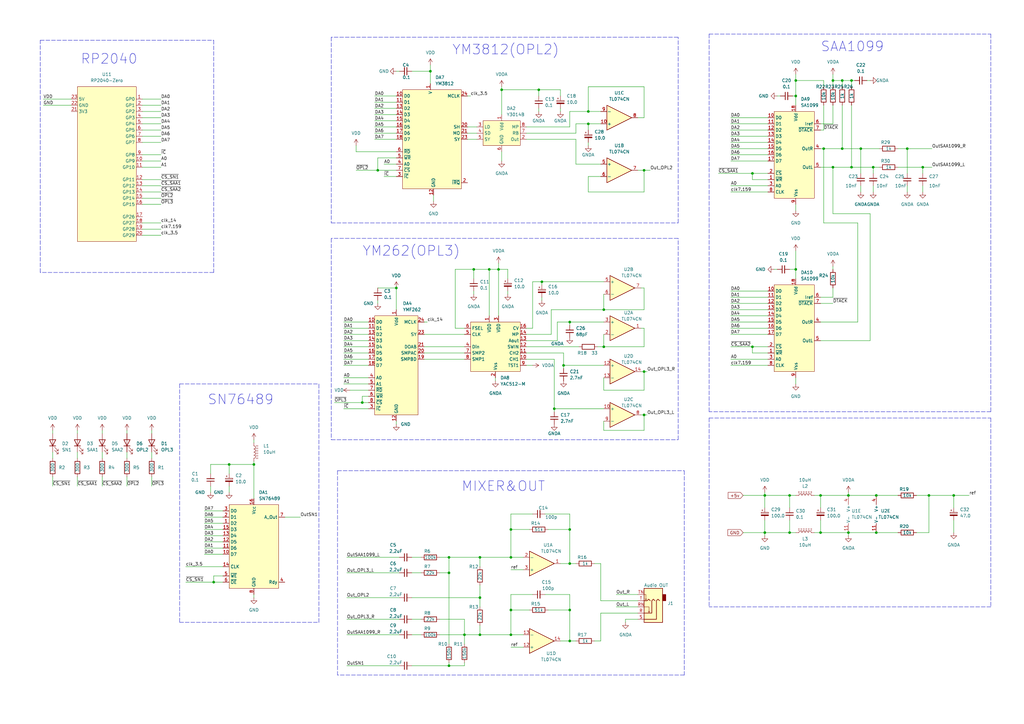
<source format=kicad_sch>
(kicad_sch (version 20231120) (generator "eeschema") (generator_version "8.0")
  (paper "A3")
  (title_block (title "XT_Sound SN76489+2SAA1099+OPL") (company "Мурмуляторная"))
  (junction (at 326.39 110.49))
  (junction (at 264.16 152.4))
  (junction (at 204.47 110.49))
  (junction (at 209.55 250.19))
  (junction (at 347.98 218.44))
  (junction (at 196.85 260.35))
  (junction (at 194.31 110.49))
  (junction (at 313.69 218.44))
  (junction (at 337.82 60.96))
  (junction (at 209.55 260.35))
  (junction (at 349.25 33.02))
  (junction (at 264.16 69.85))
  (junction (at 104.14 190.5))
  (junction (at 247.65 142.24))
  (junction (at 349.25 68.58))
  (junction (at 231.14 149.86))
  (junction (at 233.68 250.19))
  (junction (at 222.25 115.57))
  (junction (at 233.68 262.89))
  (junction (at 93.98 190.5))
  (junction (at 264.16 170.18))
  (junction (at 241.3 45.72))
  (junction (at 220.98 36.83))
  (junction (at 205.74 36.83))
  (junction (at 176.53 29.21))
  (junction (at 347.98 203.2))
  (junction (at 154.94 69.85))
  (junction (at 323.85 218.44))
  (junction (at 148.59 165.1))
  (junction (at 353.06 60.96))
  (junction (at 184.15 273.05))
  (junction (at 247.65 127))
  (junction (at 358.14 68.58))
  (junction (at 359.41 218.44))
  (junction (at 359.41 203.2))
  (junction (at 341.63 68.58))
  (junction (at 209.55 228.6))
  (junction (at 341.63 33.02))
  (junction (at 345.44 33.02))
  (junction (at 381 203.2))
  (junction (at 326.39 39.37))
  (junction (at 162.56 118.11))
  (junction (at 233.68 217.17))
  (junction (at 378.46 68.58))
  (junction (at 241.3 50.8))
  (junction (at 196.85 245.11))
  (junction (at 336.55 218.44))
  (junction (at 184.15 228.6))
  (junction (at 391.16 203.2))
  (junction (at 227.33 167.64))
  (junction (at 326.39 33.02))
  (junction (at 209.55 217.17))
  (junction (at 196.85 228.6))
  (junction (at 308.61 142.24))
  (junction (at 323.85 203.2))
  (junction (at 308.61 71.12))
  (junction (at 345.44 60.96))
  (junction (at 190.5 260.35))
  (junction (at 184.15 234.95))
  (junction (at 233.68 132.08))
  (junction (at 233.68 231.14))
  (junction (at 336.55 203.2))
  (junction (at 87.63 238.76))
  (junction (at 313.69 203.2))
  (junction (at 200.66 110.49))
  (junction (at 372.11 60.96))
  (wire (pts (xy 196.85 260.35) (xy 209.55 260.35)))
  (wire (pts (xy 186.69 110.49) (xy 186.69 134.62)))
  (polyline (pts (xy 135.89 180.34) (xy 278.13 180.34)) (stroke (width 0) (type dash)))
  (wire (pts (xy 341.63 50.8) (xy 341.63 43.18)))
  (wire (pts (xy 66.04 58.42) (xy 58.42 58.42)))
  (wire (pts (xy 184.15 271.78) (xy 184.15 273.05)))
  (wire (pts (xy 375.92 203.2) (xy 381 203.2)))
  (wire (pts (xy 247.65 142.24) (xy 264.16 142.24)))
  (wire (pts (xy 193.04 39.37) (xy 191.77 39.37)))
  (wire (pts (xy 299.72 124.46) (xy 314.96 124.46)))
  (wire (pts (xy 52.07 195.58) (xy 52.07 199.39)))
  (wire (pts (xy 264.16 69.85) (xy 266.7 69.85)))
  (wire (pts (xy 347.98 203.2) (xy 359.41 203.2)))
  (wire (pts (xy 326.39 33.02) (xy 337.82 33.02)))
  (wire (pts (xy 162.56 64.77) (xy 154.94 64.77)))
  (polyline (pts (xy 135.89 15.24) (xy 135.89 91.44)) (stroke (width 0) (type dash)))
  (wire (pts (xy 66.04 96.52) (xy 58.42 96.52)))
  (wire (pts (xy 323.85 213.36) (xy 323.85 218.44)))
  (wire (pts (xy 372.11 60.96) (xy 368.3 60.96)))
  (wire (pts (xy 66.04 78.74) (xy 58.42 78.74)))
  (wire (pts (xy 154.94 123.19) (xy 154.94 124.46)))
  (polyline (pts (xy 278.13 180.34) (xy 278.13 97.79)) (stroke (width 0) (type dash)))
  (wire (pts (xy 180.34 228.6) (xy 184.15 228.6)))
  (wire (pts (xy 194.31 110.49) (xy 194.31 114.3)))
  (wire (pts (xy 326.39 30.48) (xy 326.39 33.02)))
  (wire (pts (xy 220.98 36.83) (xy 229.87 36.83)))
  (wire (pts (xy 299.72 137.16) (xy 314.96 137.16)))
  (wire (pts (xy 140.97 134.62) (xy 151.13 134.62)))
  (wire (pts (xy 351.79 91.44) (xy 337.82 91.44)))
  (wire (pts (xy 83.82 222.25) (xy 91.44 222.25)))
  (wire (pts (xy 153.67 52.07) (xy 162.56 52.07)))
  (wire (pts (xy 308.61 71.12) (xy 294.64 71.12)))
  (wire (pts (xy 142.24 245.11) (xy 163.83 245.11)))
  (wire (pts (xy 217.17 250.19) (xy 209.55 250.19)))
  (wire (pts (xy 233.68 132.08) (xy 233.68 133.35)))
  (wire (pts (xy 256.54 254) (xy 256.54 255.27)))
  (wire (pts (xy 142.24 234.95) (xy 163.83 234.95)))
  (wire (pts (xy 336.55 203.2) (xy 336.55 208.28)))
  (wire (pts (xy 326.39 102.87) (xy 326.39 110.49)))
  (wire (pts (xy 41.91 176.53) (xy 41.91 177.8)))
  (wire (pts (xy 341.63 30.48) (xy 341.63 33.02)))
  (wire (pts (xy 66.04 91.44) (xy 58.42 91.44)))
  (wire (pts (xy 180.34 234.95) (xy 184.15 234.95)))
  (wire (pts (xy 209.55 228.6) (xy 214.63 228.6)))
  (polyline (pts (xy 138.43 193.04) (xy 280.67 193.04)) (stroke (width 0) (type dash)))
  (wire (pts (xy 140.97 149.86) (xy 151.13 149.86)))
  (wire (pts (xy 391.16 203.2) (xy 391.16 208.28)))
  (wire (pts (xy 264.16 152.4) (xy 262.89 152.4)))
  (wire (pts (xy 173.99 142.24) (xy 190.5 142.24)))
  (wire (pts (xy 157.48 67.31) (xy 162.56 67.31)))
  (wire (pts (xy 168.91 234.95) (xy 172.72 234.95)))
  (wire (pts (xy 157.48 72.39) (xy 162.56 72.39)))
  (polyline (pts (xy 280.67 276.86) (xy 138.43 276.86)) (stroke (width 0) (type dash)))
  (wire (pts (xy 241.3 72.39) (xy 241.3 78.74)))
  (wire (pts (xy 153.67 39.37) (xy 162.56 39.37)))
  (wire (pts (xy 66.04 63.5) (xy 58.42 63.5)))
  (wire (pts (xy 349.25 33.02) (xy 350.52 33.02)))
  (wire (pts (xy 62.23 185.42) (xy 62.23 187.96)))
  (wire (pts (xy 140.97 139.7) (xy 151.13 139.7)))
  (wire (pts (xy 142.24 254) (xy 163.83 254)))
  (wire (pts (xy 140.97 132.08) (xy 151.13 132.08)))
  (wire (pts (xy 233.68 52.07) (xy 233.68 45.72)))
  (wire (pts (xy 381 218.44) (xy 381 203.2)))
  (wire (pts (xy 356.87 33.02) (xy 355.6 33.02)))
  (wire (pts (xy 336.55 60.96) (xy 337.82 60.96)))
  (wire (pts (xy 215.9 147.32) (xy 227.33 147.32)))
  (wire (pts (xy 203.2 154.94) (xy 203.2 156.21)))
  (wire (pts (xy 21.59 176.53) (xy 21.59 177.8)))
  (wire (pts (xy 299.72 60.96) (xy 314.96 60.96)))
  (wire (pts (xy 104.14 190.5) (xy 104.14 204.47)))
  (wire (pts (xy 325.12 39.37) (xy 326.39 39.37)))
  (polyline (pts (xy 135.89 91.44) (xy 278.13 91.44)) (stroke (width 0) (type dash)))
  (wire (pts (xy 246.38 251.46) (xy 261.62 251.46)))
  (wire (pts (xy 337.82 53.34) (xy 337.82 43.18)))
  (polyline (pts (xy 138.43 193.04) (xy 138.43 276.86)) (stroke (width 0) (type dash)))
  (wire (pts (xy 83.82 224.79) (xy 91.44 224.79)))
  (wire (pts (xy 345.44 43.18) (xy 345.44 60.96)))
  (wire (pts (xy 264.16 127) (xy 264.16 118.11)))
  (wire (pts (xy 153.67 49.53) (xy 162.56 49.53)))
  (wire (pts (xy 247.65 176.53) (xy 264.16 176.53)))
  (wire (pts (xy 299.72 55.88) (xy 314.96 55.88)))
  (wire (pts (xy 184.15 234.95) (xy 184.15 264.16)))
  (wire (pts (xy 336.55 68.58) (xy 341.63 68.58)))
  (wire (pts (xy 52.07 176.53) (xy 52.07 177.8)))
  (wire (pts (xy 66.04 68.58) (xy 58.42 68.58)))
  (wire (pts (xy 215.9 142.24) (xy 237.49 142.24)))
  (wire (pts (xy 143.51 160.02) (xy 151.13 160.02)))
  (polyline (pts (xy 73.66 157.48) (xy 73.66 255.27)) (stroke (width 0) (type dash)))
  (wire (pts (xy 168.91 260.35) (xy 172.72 260.35)))
  (wire (pts (xy 31.75 195.58) (xy 31.75 199.39)))
  (wire (pts (xy 349.25 33.02) (xy 345.44 33.02)))
  (wire (pts (xy 196.85 245.11) (xy 196.85 248.92)))
  (polyline (pts (xy 135.89 97.79) (xy 135.89 180.34)) (stroke (width 0) (type dash)))
  (wire (pts (xy 229.87 36.83) (xy 229.87 39.37)))
  (wire (pts (xy 154.94 64.77) (xy 154.94 69.85)))
  (wire (pts (xy 218.44 115.57) (xy 222.25 115.57)))
  (wire (pts (xy 168.91 245.11) (xy 196.85 245.11)))
  (wire (pts (xy 140.97 137.16) (xy 151.13 137.16)))
  (wire (pts (xy 337.82 91.44) (xy 337.82 60.96)))
  (wire (pts (xy 326.39 154.94) (xy 326.39 157.48)))
  (wire (pts (xy 264.16 152.4) (xy 264.16 160.02)))
  (wire (pts (xy 116.84 212.09) (xy 123.19 212.09)))
  (wire (pts (xy 66.04 93.98) (xy 58.42 93.98)))
  (wire (pts (xy 215.9 149.86) (xy 218.44 149.86)))
  (wire (pts (xy 299.72 129.54) (xy 314.96 129.54)))
  (wire (pts (xy 372.11 71.12) (xy 372.11 60.96)))
  (wire (pts (xy 261.62 254) (xy 256.54 254)))
  (wire (pts (xy 264.16 170.18) (xy 262.89 170.18)))
  (wire (pts (xy 245.11 142.24) (xy 247.65 142.24)))
  (wire (pts (xy 168.91 254) (xy 172.72 254)))
  (wire (pts (xy 264.16 176.53) (xy 264.16 170.18)))
  (wire (pts (xy 41.91 185.42) (xy 41.91 187.96)))
  (polyline (pts (xy 290.83 13.97) (xy 290.83 168.91)) (stroke (width 0) (type dash)))
  (wire (pts (xy 66.04 76.2) (xy 58.42 76.2)))
  (wire (pts (xy 353.06 76.2) (xy 353.06 78.74)))
  (wire (pts (xy 215.9 52.07) (xy 233.68 52.07)))
  (wire (pts (xy 91.44 236.22) (xy 87.63 236.22)))
  (wire (pts (xy 66.04 48.26) (xy 58.42 48.26)))
  (wire (pts (xy 17.78 43.18) (xy 29.21 43.18)))
  (wire (pts (xy 104.14 243.84) (xy 104.14 245.11)))
  (polyline (pts (xy 290.83 171.45) (xy 290.83 248.92)) (stroke (width 0) (type dash)))
  (wire (pts (xy 168.91 228.6) (xy 172.72 228.6)))
  (wire (pts (xy 247.65 127) (xy 264.16 127)))
  (wire (pts (xy 140.97 144.78) (xy 151.13 144.78)))
  (wire (pts (xy 391.16 203.2) (xy 397.51 203.2)))
  (polyline (pts (xy 406.4 168.91) (xy 290.83 168.91)) (stroke (width 0) (type dash)))
  (wire (pts (xy 264.16 170.18) (xy 265.43 170.18)))
  (wire (pts (xy 140.97 154.94) (xy 151.13 154.94)))
  (wire (pts (xy 229.87 44.45) (xy 229.87 45.72)))
  (wire (pts (xy 205.74 35.56) (xy 205.74 36.83)))
  (wire (pts (xy 299.72 76.2) (xy 314.96 76.2)))
  (wire (pts (xy 378.46 68.58) (xy 382.27 68.58)))
  (wire (pts (xy 190.5 260.35) (xy 196.85 260.35)))
  (wire (pts (xy 222.25 115.57) (xy 247.65 115.57)))
  (wire (pts (xy 215.9 139.7) (xy 228.6 139.7)))
  (wire (pts (xy 299.72 78.74) (xy 314.96 78.74)))
  (wire (pts (xy 194.31 119.38) (xy 194.31 120.65)))
  (wire (pts (xy 66.04 43.18) (xy 58.42 43.18)))
  (wire (pts (xy 308.61 142.24) (xy 299.72 142.24)))
  (wire (pts (xy 168.91 29.21) (xy 176.53 29.21)))
  (wire (pts (xy 209.55 210.82) (xy 209.55 217.17)))
  (wire (pts (xy 353.06 60.96) (xy 353.06 71.12)))
  (wire (pts (xy 318.77 39.37) (xy 320.04 39.37)))
  (wire (pts (xy 349.25 68.58) (xy 358.14 68.58)))
  (wire (pts (xy 299.72 50.8) (xy 314.96 50.8)))
  (wire (pts (xy 231.14 144.78) (xy 231.14 149.86)))
  (wire (pts (xy 86.36 201.93) (xy 86.36 199.39)))
  (wire (pts (xy 353.06 60.96) (xy 360.68 60.96)))
  (wire (pts (xy 83.82 212.09) (xy 91.44 212.09)))
  (wire (pts (xy 347.98 218.44) (xy 359.41 218.44)))
  (wire (pts (xy 176.53 26.67) (xy 176.53 29.21)))
  (wire (pts (xy 345.44 33.02) (xy 341.63 33.02)))
  (wire (pts (xy 153.67 54.61) (xy 162.56 54.61)))
  (wire (pts (xy 341.63 109.22) (xy 341.63 110.49)))
  (wire (pts (xy 218.44 243.84) (xy 209.55 243.84)))
  (wire (pts (xy 140.97 167.64) (xy 151.13 167.64)))
  (wire (pts (xy 140.97 157.48) (xy 151.13 157.48)))
  (wire (pts (xy 215.9 144.78) (xy 231.14 144.78)))
  (wire (pts (xy 66.04 83.82) (xy 58.42 83.82)))
  (wire (pts (xy 349.25 35.56) (xy 349.25 33.02)))
  (wire (pts (xy 356.87 139.7) (xy 356.87 87.63)))
  (wire (pts (xy 190.5 254) (xy 190.5 260.35)))
  (polyline (pts (xy 16.51 111.76) (xy 16.51 16.51)) (stroke (width 0) (type dash)))
  (wire (pts (xy 233.68 210.82) (xy 233.68 217.17)))
  (wire (pts (xy 358.14 68.58) (xy 360.68 68.58)))
  (wire (pts (xy 208.28 119.38) (xy 208.28 120.65)))
  (wire (pts (xy 345.44 33.02) (xy 345.44 35.56)))
  (wire (pts (xy 226.06 137.16) (xy 226.06 127)))
  (wire (pts (xy 215.9 137.16) (xy 226.06 137.16)))
  (wire (pts (xy 223.52 243.84) (xy 233.68 243.84)))
  (wire (pts (xy 175.26 132.08) (xy 173.99 132.08)))
  (wire (pts (xy 66.04 81.28) (xy 58.42 81.28)))
  (wire (pts (xy 21.59 195.58) (xy 21.59 199.39)))
  (wire (pts (xy 87.63 236.22) (xy 87.63 238.76)))
  (wire (pts (xy 233.68 231.14) (xy 236.22 231.14)))
  (wire (pts (xy 231.14 149.86) (xy 247.65 149.86)))
  (wire (pts (xy 252.73 248.92) (xy 261.62 248.92)))
  (wire (pts (xy 314.96 144.78) (xy 308.61 144.78)))
  (wire (pts (xy 334.01 218.44) (xy 336.55 218.44)))
  (wire (pts (xy 378.46 76.2) (xy 378.46 78.74)))
  (wire (pts (xy 247.65 154.94) (xy 247.65 160.02)))
  (wire (pts (xy 317.5 110.49) (xy 318.77 110.49)))
  (polyline (pts (xy 406.4 248.92) (xy 290.83 248.92)) (stroke (width 0) (type dash)))
  (polyline (pts (xy 130.81 255.27) (xy 130.81 157.48)) (stroke (width 0) (type dash)))
  (wire (pts (xy 326.39 39.37) (xy 326.39 43.18)))
  (wire (pts (xy 83.82 214.63) (xy 91.44 214.63)))
  (wire (pts (xy 241.3 50.8) (xy 241.3 53.34)))
  (wire (pts (xy 236.22 57.15) (xy 236.22 67.31)))
  (wire (pts (xy 204.47 110.49) (xy 204.47 129.54)))
  (wire (pts (xy 246.38 262.89) (xy 246.38 251.46)))
  (wire (pts (xy 41.91 195.58) (xy 41.91 199.39)))
  (wire (pts (xy 196.85 228.6) (xy 196.85 232.41)))
  (wire (pts (xy 83.82 209.55) (xy 91.44 209.55)))
  (polyline (pts (xy 278.13 91.44) (xy 278.13 15.24)) (stroke (width 0) (type dash)))
  (wire (pts (xy 93.98 190.5) (xy 104.14 190.5)))
  (wire (pts (xy 190.5 273.05) (xy 190.5 271.78)))
  (wire (pts (xy 220.98 39.37) (xy 220.98 36.83)))
  (polyline (pts (xy 406.4 13.97) (xy 406.4 168.91)) (stroke (width 0) (type dash)))
  (wire (pts (xy 153.67 44.45) (xy 162.56 44.45)))
  (wire (pts (xy 336.55 121.92) (xy 341.63 121.92)))
  (wire (pts (xy 378.46 68.58) (xy 378.46 71.12)))
  (wire (pts (xy 368.3 68.58) (xy 378.46 68.58)))
  (wire (pts (xy 87.63 238.76) (xy 76.2 238.76)))
  (wire (pts (xy 341.63 68.58) (xy 341.63 87.63)))
  (wire (pts (xy 337.82 60.96) (xy 345.44 60.96)))
  (wire (pts (xy 154.94 118.11) (xy 162.56 118.11)))
  (wire (pts (xy 177.8 80.01) (xy 177.8 82.55)))
  (polyline (pts (xy 278.13 15.24) (xy 135.89 15.24)) (stroke (width 0) (type dash)))
  (wire (pts (xy 341.63 121.92) (xy 341.63 118.11)))
  (wire (pts (xy 299.72 132.08) (xy 314.96 132.08)))
  (wire (pts (xy 162.56 118.11) (xy 162.56 127)))
  (wire (pts (xy 323.85 218.44) (xy 326.39 218.44)))
  (wire (pts (xy 180.34 254) (xy 190.5 254)))
  (wire (pts (xy 246.38 72.39) (xy 241.3 72.39)))
  (polyline (pts (xy 406.4 171.45) (xy 406.4 248.92)) (stroke (width 0) (type dash)))
  (wire (pts (xy 323.85 218.44) (xy 313.69 218.44)))
  (wire (pts (xy 233.68 217.17) (xy 233.68 231.14)))
  (wire (pts (xy 299.72 134.62) (xy 314.96 134.62)))
  (wire (pts (xy 233.68 132.08) (xy 247.65 132.08)))
  (wire (pts (xy 209.55 243.84) (xy 209.55 250.19)))
  (wire (pts (xy 163.83 29.21) (xy 162.56 29.21)))
  (wire (pts (xy 313.69 203.2) (xy 313.69 208.28)))
  (wire (pts (xy 347.98 218.44) (xy 347.98 219.71)))
  (wire (pts (xy 215.9 54.61) (xy 236.22 54.61)))
  (wire (pts (xy 246.38 231.14) (xy 243.84 231.14)))
  (wire (pts (xy 241.3 50.8) (xy 246.38 50.8)))
  (wire (pts (xy 222.25 115.57) (xy 222.25 116.84)))
  (wire (pts (xy 323.85 203.2) (xy 313.69 203.2)))
  (wire (pts (xy 180.34 260.35) (xy 190.5 260.35)))
  (wire (pts (xy 76.2 232.41) (xy 91.44 232.41)))
  (wire (pts (xy 299.72 58.42) (xy 314.96 58.42)))
  (wire (pts (xy 224.79 250.19) (xy 233.68 250.19)))
  (wire (pts (xy 351.79 132.08) (xy 351.79 91.44)))
  (wire (pts (xy 200.66 110.49) (xy 200.66 129.54)))
  (wire (pts (xy 356.87 87.63) (xy 341.63 87.63)))
  (wire (pts (xy 299.72 63.5) (xy 314.96 63.5)))
  (wire (pts (xy 372.11 76.2) (xy 372.11 78.74)))
  (wire (pts (xy 375.92 218.44) (xy 381 218.44)))
  (polyline (pts (xy 290.83 13.97) (xy 406.4 13.97)) (stroke (width 0) (type dash)))
  (wire (pts (xy 173.99 137.16) (xy 190.5 137.16)))
  (wire (pts (xy 191.77 52.07) (xy 195.58 52.07)))
  (wire (pts (xy 341.63 33.02) (xy 341.63 35.56)))
  (wire (pts (xy 247.65 160.02) (xy 264.16 160.02)))
  (polyline (pts (xy 278.13 97.79) (xy 135.89 97.79)) (stroke (width 0) (type dash)))
  (wire (pts (xy 62.23 195.58) (xy 62.23 199.39)))
  (wire (pts (xy 208.28 110.49) (xy 204.47 110.49)))
  (wire (pts (xy 264.16 142.24) (xy 264.16 134.62)))
  (wire (pts (xy 336.55 124.46) (xy 341.63 124.46)))
  (wire (pts (xy 241.3 78.74) (xy 264.16 78.74)))
  (wire (pts (xy 336.55 139.7) (xy 356.87 139.7)))
  (wire (pts (xy 314.96 71.12) (xy 308.61 71.12)))
  (wire (pts (xy 241.3 58.42) (xy 241.3 59.69)))
  (wire (pts (xy 264.16 134.62) (xy 262.89 134.62)))
  (wire (pts (xy 83.82 217.17) (xy 91.44 217.17)))
  (wire (pts (xy 347.98 201.93) (xy 347.98 203.2)))
  (wire (pts (xy 222.25 121.92) (xy 222.25 123.19)))
  (wire (pts (xy 372.11 60.96) (xy 382.27 60.96)))
  (wire (pts (xy 142.24 228.6) (xy 163.83 228.6)))
  (wire (pts (xy 233.68 262.89) (xy 236.22 262.89)))
  (wire (pts (xy 336.55 132.08) (xy 351.79 132.08)))
  (wire (pts (xy 313.69 218.44) (xy 313.69 219.71)))
  (wire (pts (xy 299.72 66.04) (xy 314.96 66.04)))
  (wire (pts (xy 299.72 149.86) (xy 314.96 149.86)))
  (wire (pts (xy 247.65 137.16) (xy 247.65 142.24)))
  (wire (pts (xy 233.68 45.72) (xy 241.3 45.72)))
  (wire (pts (xy 299.72 147.32) (xy 314.96 147.32)))
  (wire (pts (xy 323.85 110.49) (xy 326.39 110.49)))
  (wire (pts (xy 323.85 203.2) (xy 326.39 203.2)))
  (wire (pts (xy 153.67 46.99) (xy 162.56 46.99)))
  (wire (pts (xy 153.67 57.15) (xy 162.56 57.15)))
  (wire (pts (xy 233.68 231.14) (xy 229.87 231.14)))
  (polyline (pts (xy 87.63 16.51) (xy 87.63 111.76)) (stroke (width 0) (type dash)))
  (wire (pts (xy 241.3 35.56) (xy 241.3 45.72)))
  (wire (pts (xy 264.16 48.26) (xy 264.16 35.56)))
  (wire (pts (xy 66.04 73.66) (xy 58.42 73.66)))
  (wire (pts (xy 336.55 53.34) (xy 337.82 53.34)))
  (wire (pts (xy 236.22 54.61) (xy 236.22 50.8)))
  (wire (pts (xy 215.9 57.15) (xy 236.22 57.15)))
  (wire (pts (xy 233.68 243.84) (xy 233.68 250.19)))
  (wire (pts (xy 142.24 260.35) (xy 163.83 260.35)))
  (wire (pts (xy 66.04 55.88) (xy 58.42 55.88)))
  (wire (pts (xy 359.41 218.44) (xy 368.3 218.44)))
  (wire (pts (xy 205.74 62.23) (xy 205.74 66.04)))
  (polyline (pts (xy 87.63 111.76) (xy 16.51 111.76)) (stroke (width 0) (type dash)))
  (wire (pts (xy 66.04 50.8) (xy 58.42 50.8)))
  (wire (pts (xy 200.66 110.49) (xy 204.47 110.49)))
  (wire (pts (xy 208.28 114.3) (xy 208.28 110.49)))
  (wire (pts (xy 194.31 110.49) (xy 200.66 110.49)))
  (wire (pts (xy 83.82 219.71) (xy 91.44 219.71)))
  (wire (pts (xy 264.16 69.85) (xy 261.62 69.85)))
  (wire (pts (xy 218.44 210.82) (xy 209.55 210.82)))
  (wire (pts (xy 21.59 185.42) (xy 21.59 187.96)))
  (wire (pts (xy 233.68 250.19) (xy 233.68 262.89)))
  (polyline (pts (xy 290.83 171.45) (xy 406.4 171.45)) (stroke (width 0) (type dash)))
  (wire (pts (xy 142.24 273.05) (xy 163.83 273.05)))
  (wire (pts (xy 191.77 57.15) (xy 195.58 57.15)))
  (wire (pts (xy 227.33 147.32) (xy 227.33 167.64)))
  (wire (pts (xy 186.69 134.62) (xy 190.5 134.62)))
  (wire (pts (xy 168.91 273.05) (xy 184.15 273.05)))
  (wire (pts (xy 66.04 66.04) (xy 58.42 66.04)))
  (wire (pts (xy 231.14 149.86) (xy 231.14 151.13)))
  (wire (pts (xy 349.25 43.18) (xy 349.25 68.58)))
  (wire (pts (xy 209.55 260.35) (xy 214.63 260.35)))
  (wire (pts (xy 146.05 59.69) (xy 146.05 62.23)))
  (wire (pts (xy 223.52 210.82) (xy 233.68 210.82)))
  (wire (pts (xy 336.55 203.2) (xy 347.98 203.2)))
  (wire (pts (xy 246.38 246.38) (xy 261.62 246.38)))
  (wire (pts (xy 173.99 144.78) (xy 190.5 144.78)))
  (wire (pts (xy 31.75 176.53) (xy 31.75 177.8)))
  (polyline (pts (xy 73.66 157.48) (xy 130.81 157.48)) (stroke (width 0) (type dash)))
  (wire (pts (xy 176.53 29.21) (xy 176.53 34.29)))
  (wire (pts (xy 184.15 273.05) (xy 190.5 273.05)))
  (wire (pts (xy 308.61 73.66) (xy 308.61 71.12)))
  (wire (pts (xy 224.79 217.17) (xy 233.68 217.17)))
  (wire (pts (xy 104.14 180.34) (xy 104.14 181.61)))
  (wire (pts (xy 247.65 172.72) (xy 247.65 176.53)))
  (wire (pts (xy 91.44 238.76) (xy 87.63 238.76)))
  (wire (pts (xy 247.65 120.65) (xy 247.65 127)))
  (wire (pts (xy 241.3 45.72) (xy 246.38 45.72)))
  (wire (pts (xy 220.98 36.83) (xy 205.74 36.83)))
  (wire (pts (xy 236.22 50.8) (xy 241.3 50.8)))
  (wire (pts (xy 326.39 110.49) (xy 326.39 114.3)))
  (wire (pts (xy 391.16 213.36) (xy 391.16 218.44)))
  (wire (pts (xy 299.72 119.38) (xy 314.96 119.38)))
  (wire (pts (xy 148.59 165.1) (xy 151.13 165.1)))
  (wire (pts (xy 196.85 240.03) (xy 196.85 245.11)))
  (wire (pts (xy 313.69 201.93) (xy 313.69 203.2)))
  (wire (pts (xy 314.96 73.66) (xy 308.61 73.66)))
  (wire (pts (xy 17.78 40.64) (xy 29.21 40.64)))
  (wire (pts (xy 359.41 203.2) (xy 368.3 203.2)))
  (wire (pts (xy 358.14 68.58) (xy 358.14 71.12)))
  (wire (pts (xy 62.23 176.53) (xy 62.23 177.8)))
  (wire (pts (xy 186.69 110.49) (xy 194.31 110.49)))
  (wire (pts (xy 246.38 231.14) (xy 246.38 246.38)))
  (wire (pts (xy 336.55 50.8) (xy 341.63 50.8)))
  (wire (pts (xy 209.55 233.68) (xy 214.63 233.68)))
  (wire (pts (xy 93.98 199.39) (xy 93.98 201.93)))
  (wire (pts (xy 337.82 33.02) (xy 337.82 35.56)))
  (wire (pts (xy 204.47 107.95) (xy 204.47 110.49)))
  (wire (pts (xy 323.85 208.28) (xy 323.85 203.2)))
  (wire (pts (xy 146.05 69.85) (xy 154.94 69.85)))
  (wire (pts (xy 228.6 132.08) (xy 233.68 132.08)))
  (wire (pts (xy 336.55 218.44) (xy 347.98 218.44)))
  (wire (pts (xy 314.96 142.24) (xy 308.61 142.24)))
  (wire (pts (xy 86.36 194.31) (xy 86.36 190.5)))
  (wire (pts (xy 233.68 262.89) (xy 229.87 262.89)))
  (wire (pts (xy 140.97 142.24) (xy 151.13 142.24)))
  (wire (pts (xy 205.74 36.83) (xy 205.74 46.99)))
  (wire (pts (xy 326.39 83.82) (xy 326.39 86.36)))
  (wire (pts (xy 313.69 213.36) (xy 313.69 218.44)))
  (wire (pts (xy 196.85 228.6) (xy 209.55 228.6)))
  (wire (pts (xy 326.39 33.02) (xy 326.39 39.37)))
  (wire (pts (xy 304.8 218.44) (xy 313.69 218.44)))
  (wire (pts (xy 52.07 185.42) (xy 52.07 187.96)))
  (wire (pts (xy 146.05 62.23) (xy 162.56 62.23)))
  (wire (pts (xy 154.94 69.85) (xy 162.56 69.85)))
  (wire (pts (xy 66.04 45.72) (xy 58.42 45.72)))
  (wire (pts (xy 226.06 127) (xy 247.65 127)))
  (wire (pts (xy 196.85 256.54) (xy 196.85 260.35)))
  (wire (pts (xy 153.67 41.91) (xy 162.56 41.91)))
  (wire (pts (xy 334.01 203.2) (xy 336.55 203.2)))
  (wire (pts (xy 140.97 147.32) (xy 151.13 147.32)))
  (wire (pts (xy 190.5 260.35) (xy 190.5 264.16)))
  (wire (pts (xy 341.63 68.58) (xy 349.25 68.58)))
  (polyline (pts (xy 73.66 255.27) (xy 130.81 255.27)) (stroke (width 0) (type dash)))
  (wire (pts (xy 299.72 121.92) (xy 314.96 121.92)))
  (wire (pts (xy 218.44 134.62) (xy 218.44 115.57)))
  (wire (pts (xy 304.8 203.2) (xy 313.69 203.2)))
  (wire (pts (xy 308.61 144.78) (xy 308.61 142.24)))
  (wire (pts (xy 137.16 165.1) (xy 148.59 165.1)))
  (wire (pts (xy 265.43 152.4) (xy 264.16 152.4)))
  (wire (pts (xy 381 203.2) (xy 391.16 203.2)))
  (wire (pts (xy 148.59 162.56) (xy 151.13 162.56)))
  (wire (pts (xy 358.14 76.2) (xy 358.14 78.74)))
  (wire (pts (xy 264.16 118.11) (xy 262.89 118.11)))
  (wire (pts (xy 228.6 139.7) (xy 228.6 132.08)))
  (wire (pts (xy 66.04 40.64) (xy 58.42 40.64)))
  (wire (pts (xy 246.38 67.31) (xy 236.22 67.31)))
  (wire (pts (xy 299.72 53.34) (xy 314.96 53.34)))
  (wire (pts (xy 162.56 172.72) (xy 162.56 173.99)))
  (wire (pts (xy 227.33 167.64) (xy 247.65 167.64)))
  (wire (pts (xy 215.9 134.62) (xy 218.44 134.62)))
  (wire (pts (xy 184.15 228.6) (xy 196.85 228.6)))
  (wire (pts (xy 209.55 250.19) (xy 209.55 260.35)))
  (wire (pts (xy 261.62 48.26) (xy 264.16 48.26)))
  (wire (pts (xy 209.55 265.43) (xy 214.63 265.43)))
  (wire (pts (xy 299.72 127) (xy 314.96 127)))
  (polyline (pts (xy 16.51 16.51) (xy 87.63 16.51)) (stroke (width 0) (type dash)))
  (wire (pts (xy 246.38 262.89) (xy 243.84 262.89)))
  (wire (pts (xy 184.15 234.95) (xy 184.15 228.6)))
  (wire (pts (xy 217.17 217.17) (xy 209.55 217.17)))
  (wire (pts (xy 299.72 48.26) (xy 314.96 48.26)))
  (wire (pts (xy 336.55 213.36) (xy 336.55 218.44)))
  (wire (pts (xy 264.16 35.56) (xy 241.3 35.56)))
  (wire (pts (xy 209.55 217.17) (xy 209.55 228.6)))
  (wire (pts (xy 93.98 194.31) (xy 93.98 190.5)))
  (wire (pts (xy 104.14 189.23) (xy 104.14 190.5)))
  (wire (pts (xy 264.16 78.74) (xy 264.16 69.85)))
  (wire (pts (xy 220.98 44.45) (xy 220.98 45.72)))
  (wire (pts (xy 86.36 190.5) (xy 93.98 190.5)))
  (wire (pts (xy 345.44 60.96) (xy 353.06 60.96)))
  (wire (pts (xy 148.59 162.56) (xy 148.59 165.1)))
  (polyline (pts (xy 280.67 193.04) (xy 280.67 276.86)) (stroke (width 0) (type dash)))
  (wire (pts (xy 191.77 54.61) (xy 195.58 54.61)))
  (wire (pts (xy 83.82 227.33) (xy 91.44 227.33)))
  (wire (pts (xy 66.04 53.34) (xy 58.42 53.34)))
  (wire (pts (xy 252.73 243.84) (xy 261.62 243.84)))
  (wire (pts (xy 173.99 147.32) (xy 190.5 147.32)))
  (wire (pts (xy 227.33 167.64) (xy 227.33 168.91)))
  (wire (pts (xy 31.75 185.42) (xy 31.75 187.96)))
  (text "YM262(OPL3)" (at 148.59 105.41 0) (effects (font (size 4 4)) (justify left bottom)))
  (text "YM3812(OPL2)" (at 185.42 22.86 0) (effects (font (size 4 4)) (justify left bottom)))
  (text "MIXER&OUT" (at 189.23 201.93 0) (effects (font (size 4 4)) (justify left bottom)))
  (text "SAA1099" (at 336.55 21.59 0) (effects (font (size 4 4)) (justify left bottom)))
  (text "RP2040" (at 33.02 26.67 0) (effects (font (size 4 4)) (justify left bottom)))
  (text "SN76489" (at 85.09 166.37 0) (effects (font (size 4 4)) (justify left bottom)))
  (label "DA3" (at 299.72 55.88 0))
  (label "~{OPL3}" (at 66.04 83.82 0))
  (label "~{CS_SAA2}" (at 299.72 142.24 0))
  (label "DA0" (at 66.04 40.64 0))
  (label "ref" (at 209.55 233.68 0))
  (label "DA5" (at 83.82 214.63 0))
  (label "DA1" (at 153.67 41.91 0))
  (label "clk_14" (at 66.04 91.44 0))
  (label "DA0" (at 83.82 227.33 0))
  (label "DA1" (at 299.72 50.8 0))
  (label "Out_OPL3_L" (at 142.24 234.95 0))
  (label "DA3" (at 66.04 48.26 0))
  (label "~{OPL3}" (at 62.23 199.39 0))
  (label "~{CS_SAA2}" (at 41.91 199.39 0))
  (label "DA0" (at 153.67 39.37 0))
  (label "OutSAA1099_R" (at 142.24 260.35 0))
  (label "OutSAA1099_R" (at 382.27 60.96 0))
  (label "~{DTACK}" (at 341.63 124.46 0))
  (label "DA4" (at 153.67 49.53 0))
  (label "DA6" (at 66.04 55.88 0))
  (label "DA1" (at 66.04 43.18 0))
  (label "DA5" (at 299.72 132.08 0))
  (label "~{OPL3}" (at 137.16 165.1 0))
  (label "~{IC}" (at 140.97 167.64 0))
  (label "clk_3.5" (at 193.04 39.37 0))
  (label "DA0" (at 299.72 119.38 0))
  (label "DA5" (at 153.67 52.07 0))
  (label "A0" (at 140.97 154.94 0))
  (label "A0" (at 66.04 66.04 0))
  (label "OutSAA1099_L" (at 142.24 228.6 0))
  (label "ref" (at 397.51 203.2 0))
  (label "A0" (at 299.72 147.32 0))
  (label "DA6" (at 83.82 212.09 0))
  (label "clk7.159" (at 299.72 149.86 0))
  (label "~{OPL2}" (at 66.04 81.28 0))
  (label "DA1" (at 140.97 134.62 0))
  (label "DA2" (at 153.67 44.45 0))
  (label "DA7" (at 66.04 58.42 0))
  (label "Out_OPL3_L" (at 265.43 170.18 0))
  (label "DA6" (at 153.67 54.61 0))
  (label "DA2" (at 299.72 53.34 0))
  (label "DA7" (at 140.97 149.86 0))
  (label "DA7" (at 153.67 57.15 0))
  (label "~{IC}" (at 157.48 72.39 0))
  (label "DA2" (at 140.97 137.16 0))
  (label "~{OPL2}" (at 146.05 69.85 0))
  (label "DA4" (at 299.72 129.54 0))
  (label "OutSAA1099_L" (at 382.27 68.58 0))
  (label "A1" (at 66.04 68.58 0))
  (label "DA2" (at 83.82 222.25 0))
  (label "DA5" (at 299.72 60.96 0))
  (label "DA6" (at 299.72 63.5 0))
  (label "~{CS_SAA2}" (at 66.04 78.74 0))
  (label "Out_OPL2" (at 266.7 69.85 0))
  (label "VDD" (at 17.78 40.64 0))
  (label "DA4" (at 83.82 217.17 0))
  (label "~{DTACK}" (at 337.82 53.34 0))
  (label "OutSN1" (at 142.24 273.05 0))
  (label "~{CS_SN1}" (at 76.2 238.76 0))
  (label "~{CS_SN1}" (at 66.04 73.66 0))
  (label "DA0" (at 299.72 48.26 0))
  (label "clk7.159" (at 299.72 78.74 0))
  (label "DA4" (at 299.72 58.42 0))
  (label "DA4" (at 140.97 142.24 0))
  (label "DA2" (at 66.04 45.72 0))
  (label "A0" (at 157.48 67.31 0))
  (label "~{CS_SAA1}" (at 66.04 76.2 0))
  (label "DA6" (at 299.72 134.62 0))
  (label "~{IC}" (at 66.04 63.5 0))
  (label "~{OPL2}" (at 52.07 199.39 0))
  (label "DA1" (at 83.82 224.79 0))
  (label "DA3" (at 140.97 139.7 0))
  (label "Out_OPL2" (at 142.24 245.11 0))
  (label "A1" (at 140.97 157.48 0))
  (label "DA5" (at 140.97 144.78 0))
  (label "clk_3.5" (at 76.2 232.41 0))
  (label "DA2" (at 299.72 124.46 0))
  (label "~{CS_SAA1}" (at 31.75 199.39 0))
  (label "Out_OPL3_R" (at 265.43 152.4 0))
  (label "DA7" (at 299.72 137.16 0))
  (label "DA5" (at 66.04 53.34 0))
  (label "~{CS_SN1}" (at 21.59 199.39 0))
  (label "~{CS_SAA1}" (at 294.64 71.12 0))
  (label "clk7.159" (at 66.04 93.98 0))
  (label "OutSN1" (at 123.19 212.09 0))
  (label "A0" (at 299.72 76.2 0))
  (label "GND" (at 17.78 43.18 0))
  (label "DA4" (at 66.04 50.8 0))
  (label "clk_14" (at 175.26 132.08 0))
  (label "DA0" (at 140.97 132.08 0))
  (label "Out_L" (at 252.73 248.92 0))
  (label "DA3" (at 83.82 219.71 0))
  (label "DA1" (at 299.72 121.92 0))
  (label "DA7" (at 299.72 66.04 0))
  (label "Out_OPL3_R" (at 142.24 254 0))
  (label "ref" (at 209.55 265.43 0))
  (label "DA3" (at 153.67 46.99 0))
  (label "DA7" (at 83.82 209.55 0))
  (label "clk_3.5" (at 66.04 96.52 0))
  (label "DA3" (at 299.72 127 0))
  (label "DA6" (at 140.97 147.32 0))
  (label "Out_R" (at 252.73 243.84 0))
  (global_label "+5v" (shape input) (at 304.8 203.2 180) (property "Intersheetrefs" "${INTERSHEET_REFS}" (effects (hide yes))))
  (global_label "GND" (shape input) (at 304.8 218.44 180) (property "Intersheetrefs" "${INTERSHEET_REFS}" (effects (hide yes))))
  (symbol (lib_id "Device:C_Small") (at 353.06 73.66 0) (unit 1)
    (property "Reference" "C23" (at 347.98 72.39 0) (effects (justify left)))
    (property "Value" "10nF" (at 346.71 76.2 0) (effects (justify left)))
    (property "Footprint" "Capacitor_SMD:C_0805_2012Metric_Pad1.18x1.45mm_HandSolder" (effects (hide yes)))
  )
  (symbol (lib_id "Device:R") (at 241.3 142.24 90) (unit 1)
    (property "Reference" "R18" (at 238.76 144.78 90))
    (property "Value" "33" (at 243.84 144.78 90))
    (property "Footprint" "Resistor_SMD:R_0805_2012Metric_Pad1.20x1.40mm_HandSolder" (effects (hide yes)))
  )
  (symbol (lib_id "SAA1099:SA1099") (at 317.5 45.72 0) (unit 1)
    (property "Reference" "DA9" (at 328.4094 40.64 0) (effects (justify left)))
    (property "Value" "SA1099" (at 328.4094 43.18 0) (effects (justify left)))
    (property "Footprint" "Package_DIP:DIP-18_W7.62mm" (effects (hide yes)))
  )
  (symbol (lib_id "power:GNDA") (at 194.31 120.65 0) (unit 1)
    (property "Reference" "#PWR0145" (effects (hide yes)))
    (property "Value" "GNDA" (at 194.31 125.73 0))
  )
  (symbol (lib_id "adlib:Y3014B") (at 198.12 49.53 0) (unit 1)
    (property "Reference" "DA2" (at 207.7594 44.45 0) (effects (justify left)))
    (property "Value" "Y3014B" (at 207.7594 46.99 0) (effects (justify left)))
    (property "Footprint" "Package_DIP:DIP-8_W7.62mm_LongPads" (effects (hide yes)))
  )
  (symbol (lib_id "power:VDDA") (at 204.47 107.95 0) (unit 1)
    (property "Reference" "#PWR0140" (effects (hide yes)))
    (property "Value" "VDDA" (at 204.47 102.87 0))
  )
  (symbol (lib_id "power:VDDA") (at 218.44 149.86 270) (unit 1)
    (property "Reference" "#PWR0142" (effects (hide yes)))
    (property "Value" "VDDA" (at 222.25 149.8599 90) (effects (justify left)))
  )
  (symbol (lib_id "Device:R") (at 21.59 191.77 0) (unit 1)
    (property "Reference" "R2" (at 25.4 191.77 0))
    (property "Value" "300" (at 21.59 191.77 90))
    (property "Footprint" "Resistor_SMD:R_0805_2012Metric_Pad1.20x1.40mm_HandSolder" (effects (hide yes)))
  )
  (symbol (lib_id "power:VDD") (at 326.39 102.87 0) (unit 1)
    (property "Reference" "#PWR0120" (effects (hide yes)))
    (property "Value" "VDD" (at 326.39 97.79 0))
  )
  (symbol (lib_id "Amplifier_Operational:TL074") (at 255.27 170.18 0) (unit 3)
    (property "Reference" "U2" (at 257.81 163.83 0))
    (property "Value" "TL074CN" (at 259.08 166.37 0))
    (property "Footprint" "Package_DIP:DIP-14_W7.62mm_Socket" (effects (hide yes)))
    (property "Datasheet" "http://www.ti.com/lit/ds/symlink/tl071.pdf" (effects (hide yes)))
  )
  (symbol (lib_id "Device:LED") (at 41.91 181.61 90) (unit 1)
    (property "Reference" "D5" (at 45.72 181.9274 90) (effects (justify right)))
    (property "Value" "SAA2" (at 45.72 184.4674 90) (effects (justify right)))
    (property "Footprint" "LED_THT:LED_Rectangular_W5.0mm_H2.0mm" (effects (hide yes)))
  )
  (symbol (lib_id "power:GNDA") (at 233.68 138.43 0) (unit 1)
    (property "Reference" "#PWR0104" (effects (hide yes)))
    (property "Value" "GNDA" (at 228.6 140.97 0))
  )
  (symbol (lib_id "Device:C_Small") (at 358.14 73.66 0) (unit 1)
    (property "Reference" "C24" (at 360.68 72.3962 0) (effects (justify left)))
    (property "Value" "10nF" (at 359.41 76.2 0) (effects (justify left)))
    (property "Footprint" "Capacitor_SMD:C_0805_2012Metric_Pad1.18x1.45mm_HandSolder" (effects (hide yes)))
  )
  (symbol (lib_id "Device:C_Small") (at 86.36 196.85 180) (unit 1)
    (property "Reference" "C1" (at 80.01 194.31 0))
    (property "Value" "0.1" (at 80.01 196.85 0))
    (property "Footprint" "Capacitor_SMD:C_0805_2012Metric_Pad1.18x1.45mm_HandSolder" (effects (hide yes)))
  )
  (symbol (lib_id "power:VDD") (at 41.91 176.53 0) (unit 1)
    (property "Reference" "#PWR0108" (effects (hide yes)))
    (property "Value" "VDD" (at 41.91 171.45 0))
  )
  (symbol (lib_id "Device:C_Small") (at 372.11 73.66 0) (unit 1)
    (property "Reference" "C25" (at 367.03 72.39 0) (effects (justify left)))
    (property "Value" "10nF" (at 367.03 76.2 0) (effects (justify left)))
    (property "Footprint" "Capacitor_SMD:C_0805_2012Metric_Pad1.18x1.45mm_HandSolder" (effects (hide yes)))
  )
  (symbol (lib_id "Device:R") (at 220.98 250.19 270) (unit 1)
    (property "Reference" "R15" (at 219.71 247.65 90))
    (property "Value" "51k" (at 220.98 250.19 90))
    (property "Footprint" "Resistor_SMD:R_0805_2012Metric_Pad1.20x1.40mm_HandSolder" (effects (hide yes)))
  )
  (symbol (lib_id "power:VDDA") (at 341.63 30.48 0) (unit 1)
    (property "Reference" "#PWR0132" (effects (hide yes)))
    (property "Value" "VDDA" (at 341.63 25.4 0))
  )
  (symbol (lib_id "Amplifier_Operational:TL074") (at 222.25 262.89 0) (mirror x) (unit 4)
    (property "Reference" "U1" (at 226.06 267.97 0))
    (property "Value" "TL074CN" (at 226.06 270.51 0))
    (property "Footprint" "Package_DIP:DIP-14_W7.62mm_Socket" (effects (hide yes)))
    (property "Datasheet" "http://www.ti.com/lit/ds/symlink/tl071.pdf" (effects (hide yes)))
  )
  (symbol (lib_id "Device:C_Polarized_Small") (at 336.55 210.82 0) (unit 1)
    (property "Reference" "C31" (at 339.09 209.0038 0) (effects (justify left)))
    (property "Value" "100.0" (at 339.09 211.5438 0) (effects (justify left)))
    (property "Footprint" "Capacitor_SMD:CP_Elec_5x5.4" (effects (hide yes)))
  )
  (symbol (lib_id "Device:C_Polarized_Small") (at 313.69 210.82 0) (unit 1)
    (property "Reference" "C29" (at 316.23 209.0038 0) (effects (justify left)))
    (property "Value" "100.0" (at 316.23 211.5438 0) (effects (justify left)))
    (property "Footprint" "Capacitor_SMD:CP_Elec_5x5.4" (effects (hide yes)))
  )
  (symbol (lib_id "power:GNDA") (at 356.87 33.02 90) (mirror x) (unit 1)
    (property "Reference" "#PWR0118" (effects (hide yes)))
    (property "Value" "GNDA" (at 364.49 33.02 90) (effects (justify left)))
  )
  (symbol (lib_id "Amplifier_Operational:TL074") (at 254 48.26 0) (mirror x) (unit 3)
    (property "Reference" "U1" (at 254 38.1 0))
    (property "Value" "TL074CN" (at 254 40.64 0))
    (property "Footprint" "Package_DIP:DIP-14_W7.62mm_Socket" (effects (hide yes)))
    (property "Datasheet" "http://www.ti.com/lit/ds/symlink/tl071.pdf" (effects (hide yes)))
  )
  (symbol (lib_id "Device:C_Small") (at 166.37 29.21 270) (unit 1)
    (property "Reference" "C4" (at 165.1 26.67 90) (effects (justify left)))
    (property "Value" "0.1" (at 165.0938 31.75 90) (effects (justify left)))
    (property "Footprint" "Capacitor_SMD:C_0805_2012Metric_Pad1.18x1.45mm_HandSolder" (effects (hide yes)))
  )
  (symbol (lib_id "power:VDD") (at 143.51 160.02 90) (unit 1)
    (property "Reference" "#PWR0103" (effects (hide yes)))
    (property "Value" "VDD" (at 137.16 160.02 90) (effects (justify right)))
  )
  (symbol (lib_id "power:GNDA") (at 205.74 66.04 0) (unit 1)
    (property "Reference" "#PWR0141" (effects (hide yes)))
    (property "Value" "GNDA" (at 205.74 71.12 0))
  )
  (symbol (lib_id "power:GND") (at 154.94 124.46 0) (unit 1)
    (property "Reference" "#PWR0148" (effects (hide yes)))
    (property "Value" "GND" (at 151.13 124.46 0))
  )
  (symbol (lib_id "Device:R") (at 190.5 267.97 180) (unit 1)
    (property "Reference" "R11" (at 187.96 264.16 0))
    (property "Value" "150k" (at 190.5 267.97 90))
    (property "Footprint" "Resistor_SMD:R_0805_2012Metric_Pad1.20x1.40mm_HandSolder" (effects (hide yes)))
  )
  (symbol (lib_id "power:GNDA") (at 220.98 45.72 0) (mirror y) (unit 1)
    (property "Reference" "#PWR0139" (effects (hide yes)))
    (property "Value" "GNDA" (at 223.52 49.53 0) (effects (justify left)))
  )
  (symbol (lib_id "Device:R") (at 337.82 39.37 180) (unit 1)
    (property "Reference" "R22" (at 336.55 35.56 0))
    (property "Value" "10k" (at 337.82 39.37 90))
    (property "Footprint" "Resistor_SMD:R_0805_2012Metric_Pad1.20x1.40mm_HandSolder" (effects (hide yes)))
  )
  (symbol (lib_id "power:GND") (at 162.56 29.21 270) (unit 1)
    (property "Reference" "#PWR0136" (effects (hide yes)))
    (property "Value" "GND" (at 157.48 29.21 90))
  )
  (symbol (lib_id "Device:C_Small") (at 227.33 171.45 0) (unit 1)
    (property "Reference" "C17" (at 229.87 170.1862 0) (effects (justify left)))
    (property "Value" "2.7nF" (at 229.87 172.7262 0) (effects (justify left)))
    (property "Footprint" "Capacitor_SMD:C_0805_2012Metric_Pad1.18x1.45mm_HandSolder" (effects (hide yes)))
  )
  (symbol (lib_id "adlib:YM3812") (at 165.1 36.83 0) (unit 1)
    (property "Reference" "DA7" (at 178.5494 31.75 0) (effects (justify left)))
    (property "Value" "YM3812" (at 178.5494 34.29 0) (effects (justify left)))
    (property "Footprint" "Package_DIP:DIP-24_W15.24mm" (effects (hide yes)))
  )
  (symbol (lib_id "power:GNDA") (at 391.16 218.44 0) (unit 1)
    (property "Reference" "#PWR0114" (effects (hide yes)))
    (property "Value" "GNDA" (at 391.16 223.52 0))
  )
  (symbol (lib_id "Device:R") (at 220.98 217.17 270) (unit 1)
    (property "Reference" "R14" (at 219.71 214.63 90))
    (property "Value" "51k" (at 220.98 217.17 90))
    (property "Footprint" "Resistor_SMD:R_0805_2012Metric_Pad1.20x1.40mm_HandSolder" (effects (hide yes)))
  )
  (symbol (lib_id "power:GNDA") (at 208.28 120.65 0) (unit 1)
    (property "Reference" "#PWR0146" (effects (hide yes)))
    (property "Value" "GNDA" (at 208.28 125.73 0))
  )
  (symbol (lib_id "Amplifier_Operational:TL074") (at 361.95 210.82 0) (unit 5)
    (property "Reference" "U2" (at 363.22 209.55 0))
    (property "Value" "TL074CN" (at 364.49 212.09 0))
    (property "Footprint" "Package_DIP:DIP-14_W7.62mm_Socket" (effects (hide yes)))
    (property "Datasheet" "http://www.ti.com/lit/ds/symlink/tl071.pdf" (effects (hide yes)))
  )
  (symbol (lib_id "Device:C_Small") (at 194.31 116.84 0) (unit 1)
    (property "Reference" "C11" (at 196.85 115.5762 0) (effects (justify left)))
    (property "Value" "0.1" (at 196.85 118.1162 0) (effects (justify left)))
    (property "Footprint" "Capacitor_SMD:C_0805_2012Metric_Pad1.18x1.45mm_HandSolder" (effects (hide yes)))
  )
  (symbol (lib_id "power:GND") (at 177.8 82.55 0) (unit 1)
    (property "Reference" "#PWR0134" (effects (hide yes)))
    (property "Value" "GND" (at 177.8 87.63 0))
  )
  (symbol (lib_id "Device:C_Small") (at 378.46 73.66 0) (unit 1)
    (property "Reference" "C27" (at 381 72.39 0) (effects (justify left)))
    (property "Value" "10nF" (at 381 76.2 0) (effects (justify left)))
    (property "Footprint" "Capacitor_SMD:C_0805_2012Metric_Pad1.18x1.45mm_HandSolder" (effects (hide yes)))
  )
  (symbol (lib_id "power:VDD") (at 326.39 30.48 0) (unit 1)
    (property "Reference" "#PWR0131" (effects (hide yes)))
    (property "Value" "VDD" (at 326.39 25.4 0))
  )
  (symbol (lib_id "Device:R") (at 240.03 262.89 270) (unit 1)
    (property "Reference" "R17" (at 238.76 260.35 90))
    (property "Value" "1k" (at 240.03 262.89 90))
    (property "Footprint" "Resistor_SMD:R_0805_2012Metric_Pad1.20x1.40mm_HandSolder" (effects (hide yes)))
  )
  (symbol (lib_id "Device:LED") (at 21.59 181.61 90) (unit 1)
    (property "Reference" "D2" (at 25.4 181.9274 90) (effects (justify right)))
    (property "Value" "SN1" (at 25.4 184.4674 90) (effects (justify right)))
    (property "Footprint" "LED_THT:LED_Rectangular_W5.0mm_H2.0mm" (effects (hide yes)))
  )
  (symbol (lib_id "power:GNDA") (at 203.2 156.21 0) (unit 1)
    (property "Reference" "#PWR0143" (effects (hide yes)))
    (property "Value" "GNDA" (at 203.2 161.29 0))
  )
  (symbol (lib_id "Device:C_Polarized_Small") (at 208.28 116.84 0) (unit 1)
    (property "Reference" "C12" (at 210.82 115.0238 0) (effects (justify left)))
    (property "Value" "10.0" (at 210.82 117.5638 0) (effects (justify left)))
    (property "Footprint" "Capacitor_SMD:CP_Elec_4x5.4" (effects (hide yes)))
  )
  (symbol (lib_id "Connector:AudioJack3_SwitchTR") (at 266.7 251.46 180) (unit 1)
    (property "Reference" "J1" (at 273.8119 247.4503 0) (effects (justify right)))
    (property "Value" "Audio OUT" (at 264.16 240.03 0) (effects (justify right)))
    (property "Footprint" "Connector_Audio:Jack_3.5mm_CUI_SJ1-3525N_Horizontal" (effects (hide yes)))
  )
  (symbol (lib_id "opl3:YAC512-M") (at 193.04 132.08 0) (unit 1)
    (property "Reference" "DA8" (at 205.2194 154.94 0) (effects (justify left)))
    (property "Value" "YAC512-M" (at 205.2194 157.48 0) (effects (justify left)))
    (property "Footprint" "Package_SO:SOIC-16_4.55x10.3mm_P1.27mm" (effects (hide yes)))
  )
  (symbol (lib_id "Device:R") (at 349.25 39.37 180) (unit 1)
    (property "Reference" "R26" (at 347.98 35.56 0))
    (property "Value" "1k" (at 349.25 39.37 90))
    (property "Footprint" "Resistor_SMD:R_0805_2012Metric_Pad1.20x1.40mm_HandSolder" (effects (hide yes)))
  )
  (symbol (lib_id "power:GND") (at 318.77 39.37 270) (unit 1)
    (property "Reference" "#PWR0130" (effects (hide yes)))
    (property "Value" "GND" (at 311.15 39.37 90) (effects (justify left)))
  )
  (symbol (lib_id "Device:C_Small") (at 321.31 110.49 90) (unit 1)
    (property "Reference" "C19" (at 321.3163 104.14 90))
    (property "Value" "0.1" (at 321.3163 106.68 90))
    (property "Footprint" "Capacitor_SMD:C_0805_2012Metric_Pad1.18x1.45mm_HandSolder" (effects (hide yes)))
  )
  (symbol (lib_id "Device:L_Ferrite") (at 330.2 203.2 90) (unit 1)
    (property "Reference" "L2" (at 330.2 199.39 90))
    (property "Value" "10uH" (at 330.2 196.85 90))
    (property "Footprint" "Inductor_SMD:L_0805_2012Metric_Pad1.15x1.40mm_HandSolder" (effects (hide yes)))
  )
  (symbol (lib_id "power:GNDA") (at 227.33 173.99 0) (unit 1)
    (property "Reference" "#PWR0106" (effects (hide yes)))
    (property "Value" "GNDA" (at 227.33 177.8 0))
  )
  (symbol (lib_id "power:GNDA") (at 353.06 78.74 0) (unit 1)
    (property "Reference" "#PWR0115" (effects (hide yes)))
    (property "Value" "GNDA" (at 353.06 83.82 0))
  )
  (symbol (lib_id "sn:SN76489") (at 93.98 207.01 0) (unit 1)
    (property "Reference" "DA1" (at 106.1594 201.93 0) (effects (justify left)))
    (property "Value" "SN76489" (at 106.1594 204.47 0) (effects (justify left)))
    (property "Footprint" "Package_DIP:DIP-16_W7.62mm" (effects (hide yes)))
  )
  (symbol (lib_id "Device:R") (at 176.53 234.95 270) (unit 1)
    (property "Reference" "R7" (at 175.26 232.41 90))
    (property "Value" "22k" (at 176.53 234.95 90))
    (property "Footprint" "Resistor_SMD:R_0805_2012Metric_Pad1.20x1.40mm_HandSolder" (effects (hide yes)))
  )
  (symbol (lib_id "power:GNDA") (at 378.46 78.74 0) (unit 1)
    (property "Reference" "#PWR0119" (effects (hide yes)))
    (property "Value" "GNDA" (at 378.46 83.82 0))
  )
  (symbol (lib_id "Device:R") (at 240.03 231.14 270) (unit 1)
    (property "Reference" "R16" (at 238.76 228.6 90))
    (property "Value" "1k" (at 240.03 231.14 90))
    (property "Footprint" "Resistor_SMD:R_0805_2012Metric_Pad1.20x1.40mm_HandSolder" (effects (hide yes)))
  )
  (symbol (lib_id "power:GND") (at 313.69 219.71 0) (unit 1)
    (property "Reference" "#PWR0126" (effects (hide yes)))
    (property "Value" "GND" (at 313.69 224.79 0))
  )
  (symbol (lib_id "Device:R") (at 41.91 191.77 0) (unit 1)
    (property "Reference" "R4" (at 45.72 191.77 0))
    (property "Value" "300" (at 41.91 191.77 90))
    (property "Footprint" "Resistor_SMD:R_0805_2012Metric_Pad1.20x1.40mm_HandSolder" (effects (hide yes)))
  )
  (symbol (lib_id "opl3:YMF262") (at 153.67 129.54 0) (unit 1)
    (property "Reference" "DA4" (at 165.2144 124.46 0) (effects (justify left)))
    (property "Value" "YMF262" (at 165.2144 127 0) (effects (justify left)))
    (property "Footprint" "Package_SO:SOP-24_7.5x15.4mm_P1.27mm" (effects (hide yes)))
  )
  (symbol (lib_id "Device:C_Small") (at 220.98 243.84 90) (unit 1)
    (property "Reference" "C15" (at 226.06 238.76 90) (effects (justify left)))
    (property "Value" "100p" (at 227.33 241.3 90) (effects (justify left)))
    (property "Footprint" "Capacitor_SMD:C_0805_2012Metric_Pad1.18x1.45mm_HandSolder" (effects (hide yes)))
  )
  (symbol (lib_id "Device:C_Small") (at 166.37 260.35 90) (unit 1)
    (property "Reference" "C9" (at 162.56 256.54 90) (effects (justify left)))
    (property "Value" "2,2uF" (at 165.1 259.08 90) (effects (justify left)))
    (property "Footprint" "Capacitor_SMD:C_0805_2012Metric_Pad1.18x1.45mm_HandSolder" (effects (hide yes)))
  )
  (symbol (lib_id "Device:R") (at 196.85 236.22 180) (unit 1)
    (property "Reference" "R12" (at 194.31 232.41 0))
    (property "Value" "22k" (at 196.85 236.22 90))
    (property "Footprint" "Resistor_SMD:R_0805_2012Metric_Pad1.20x1.40mm_HandSolder" (effects (hide yes)))
  )
  (symbol (lib_id "Device:R") (at 345.44 39.37 180) (unit 1)
    (property "Reference" "R25" (at 344.17 35.56 0))
    (property "Value" "1k" (at 345.44 39.37 90))
    (property "Footprint" "Resistor_SMD:R_0805_2012Metric_Pad1.20x1.40mm_HandSolder" (effects (hide yes)))
  )
  (symbol (lib_id "power:GND") (at 104.14 245.11 0) (unit 1)
    (property "Reference" "#PWR0101" (effects (hide yes)))
    (property "Value" "GND" (at 104.14 250.19 0))
  )
  (symbol (lib_id "Amplifier_Operational:TL074") (at 254 69.85 0) (unit 2)
    (property "Reference" "U1" (at 254 59.69 0))
    (property "Value" "TL074CN" (at 254 62.23 0))
    (property "Footprint" "Package_DIP:DIP-14_W7.62mm_Socket" (effects (hide yes)))
    (property "Datasheet" "http://www.ti.com/lit/ds/symlink/tl071.pdf" (effects (hide yes)))
  )
  (symbol (lib_id "power:VDD") (at 146.05 59.69 0) (unit 1)
    (property "Reference" "#PWR0135" (effects (hide yes)))
    (property "Value" "VDD" (at 146.05 54.61 0))
  )
  (symbol (lib_id "power:GNDA") (at 241.3 59.69 0) (mirror y) (unit 1)
    (property "Reference" "#PWR0133" (effects (hide yes)))
    (property "Value" "GNDA" (at 243.84 63.5 0) (effects (justify left)))
  )
  (symbol (lib_id "Device:R") (at 364.49 68.58 270) (unit 1)
    (property "Reference" "R30" (at 363.22 66.04 90))
    (property "Value" "1k" (at 364.49 68.58 90))
    (property "Footprint" "Resistor_SMD:R_0805_2012Metric_Pad1.20x1.40mm_HandSolder" (effects (hide yes)))
  )
  (symbol (lib_id "power:GNDA") (at 256.54 255.27 0) (unit 1)
    (property "Reference" "#PWR0102" (effects (hide yes)))
    (property "Value" "GNDA" (at 256.54 260.35 0))
  )
  (symbol (lib_id "Device:C_Polarized_Small") (at 241.3 55.88 0) (unit 1)
    (property "Reference" "C28" (at 243.84 54.0638 0) (effects (justify left)))
    (property "Value" "10.0" (at 243.84 56.6038 0) (effects (justify left)))
    (property "Footprint" "Capacitor_SMD:CP_Elec_4x5.4" (effects (hide yes)))
  )
  (symbol (lib_id "Device:C_Small") (at 220.98 41.91 0) (unit 1)
    (property "Reference" "C13" (at 223.52 40.6462 0) (effects (justify left)))
    (property "Value" "0.1" (at 223.52 43.1862 0) (effects (justify left)))
    (property "Footprint" "Capacitor_SMD:C_0805_2012Metric_Pad1.18x1.45mm_HandSolder" (effects (hide yes)))
  )
  (symbol (lib_id "power:GND") (at 317.5 110.49 270) (unit 1)
    (property "Reference" "#PWR0129" (effects (hide yes)))
    (property "Value" "GND" (at 309.88 110.49 90) (effects (justify left)))
  )
  (symbol (lib_id "power:GND") (at 326.39 157.48 0) (unit 1)
    (property "Reference" "#PWR0123" (effects (hide yes)))
    (property "Value" "GND" (at 326.39 162.56 0))
  )
  (symbol (lib_id "Amplifier_Operational:TL074") (at 222.25 231.14 0) (mirror x) (unit 1)
    (property "Reference" "U1" (at 224.79 223.52 0))
    (property "Value" "TL074CN" (at 226.06 226.06 0))
    (property "Footprint" "Package_DIP:DIP-14_W7.62mm_Socket" (effects (hide yes)))
    (property "Datasheet" "http://www.ti.com/lit/ds/symlink/tl071.pdf" (effects (hide yes)))
  )
  (symbol (lib_id "Device:R") (at 341.63 39.37 180) (unit 1)
    (property "Reference" "R23" (at 340.36 35.56 0))
    (property "Value" "10k" (at 341.63 39.37 90))
    (property "Footprint" "Resistor_SMD:R_0805_2012Metric_Pad1.20x1.40mm_HandSolder" (effects (hide yes)))
  )
  (symbol (lib_id "Device:L_Ferrite") (at 330.2 218.44 90) (unit 1)
    (property "Reference" "L3" (at 330.2 220.98 90))
    (property "Value" "10uH" (at 330.2 223.52 90))
    (property "Footprint" "Inductor_SMD:L_0805_2012Metric_Pad1.15x1.40mm_HandSolder" (effects (hide yes)))
  )
  (symbol (lib_id "Device:C_Polarized_Small") (at 229.87 41.91 0) (unit 1)
    (property "Reference" "C18" (at 232.41 39.37 0) (effects (justify left)))
    (property "Value" "10.0" (at 232.41 41.91 0) (effects (justify left)))
    (property "Footprint" "Capacitor_SMD:CP_Elec_4x5.4" (effects (hide yes)))
  )
  (symbol (lib_id "power:VDD") (at 313.69 201.93 0) (unit 1)
    (property "Reference" "#PWR0127" (effects (hide yes)))
    (property "Value" "VDD" (at 313.69 196.85 0))
  )
  (symbol (lib_id "Device:C_Polarized_Small") (at 391.16 210.82 0) (unit 1)
    (property "Reference" "C32" (at 393.7 209.0038 0) (effects (justify left)))
    (property "Value" "47.0" (at 393.7 211.5438 0) (effects (justify left)))
    (property "Footprint" "Capacitor_SMD:CP_Elec_5x5.4" (effects (hide yes)))
  )
  (symbol (lib_id "Device:R") (at 196.85 252.73 180) (unit 1)
    (property "Reference" "R13" (at 194.31 248.92 0))
    (property "Value" "22k" (at 196.85 252.73 90))
    (property "Footprint" "Resistor_SMD:R_0805_2012Metric_Pad1.20x1.40mm_HandSolder" (effects (hide yes)))
  )
  (symbol (lib_id "Device:LED") (at 62.23 181.61 90) (unit 1)
    (property "Reference" "D1" (at 66.04 181.9274 90) (effects (justify right)))
    (property "Value" "OPL3" (at 66.04 184.4674 90) (effects (justify right)))
    (property "Footprint" "LED_THT:LED_Rectangular_W5.0mm_H2.0mm" (effects (hide yes)))
  )
  (symbol (lib_id "Device:R") (at 176.53 228.6 270) (unit 1)
    (property "Reference" "R6" (at 175.26 226.06 90))
    (property "Value" "100k" (at 176.53 228.6 90))
    (property "Footprint" "Resistor_SMD:R_0805_2012Metric_Pad1.20x1.40mm_HandSolder" (effects (hide yes)))
  )
  (symbol (lib_id "power:GND") (at 326.39 86.36 0) (unit 1)
    (property "Reference" "#PWR0121" (effects (hide yes)))
    (property "Value" "GND" (at 326.39 91.44 0))
  )
  (symbol (lib_id "Device:C_Small") (at 166.37 245.11 90) (unit 1)
    (property "Reference" "C7" (at 162.56 241.3 90) (effects (justify left)))
    (property "Value" "2,2uF" (at 165.1 243.84 90) (effects (justify left)))
    (property "Footprint" "Capacitor_SMD:C_0805_2012Metric_Pad1.18x1.45mm_HandSolder" (effects (hide yes)))
  )
  (symbol (lib_id "Device:C_Polarized_Small") (at 222.25 119.38 0) (unit 1)
    (property "Reference" "C16" (at 224.79 117.5638 0) (effects (justify left)))
    (property "Value" "10.0" (at 224.79 120.1038 0) (effects (justify left)))
    (property "Footprint" "Capacitor_SMD:CP_Elec_4x5.4" (effects (hide yes)))
  )
  (symbol (lib_id "Device:R") (at 52.07 191.77 0) (unit 1)
    (property "Reference" "R5" (at 55.88 191.77 0))
    (property "Value" "300" (at 52.07 191.77 90))
    (property "Footprint" "Resistor_SMD:R_0805_2012Metric_Pad1.20x1.40mm_HandSolder" (effects (hide yes)))
  )
  (symbol (lib_id "Amplifier_Operational:TL074") (at 255.27 152.4 0) (unit 4)
    (property "Reference" "U2" (at 257.81 146.05 0))
    (property "Value" "TL074CN" (at 259.08 148.59 0))
    (property "Footprint" "Package_DIP:DIP-14_W7.62mm_Socket" (effects (hide yes)))
    (property "Datasheet" "http://www.ti.com/lit/ds/symlink/tl071.pdf" (effects (hide yes)))
  )
  (symbol (lib_id "power:GNDA") (at 358.14 78.74 0) (unit 1)
    (property "Reference" "#PWR0116" (effects (hide yes)))
    (property "Value" "GNDA" (at 358.14 83.82 0))
  )
  (symbol (lib_id "Device:R") (at 341.63 114.3 180) (unit 1)
    (property "Reference" "R24" (at 337.82 113.03 0))
    (property "Value" "10k" (at 341.63 114.3 90))
    (property "Footprint" "Resistor_SMD:R_0805_2012Metric_Pad1.20x1.40mm_HandSolder" (effects (hide yes)))
  )
  (symbol (lib_id "minimurm:RP2040-Zero") (at 31.75 35.56 0) (unit 1)
    (property "Reference" "U11" (at 43.815 30.48 0))
    (property "Value" "RP2040-Zero" (at 43.815 33.02 0))
    (property "Footprint" "LIBS:RP2040-Zero" (effects (hide yes)))
  )
  (symbol (lib_id "Device:C_Small") (at 233.68 135.89 0) (unit 1)
    (property "Reference" "C26" (at 236.22 134.6262 0) (effects (justify left)))
    (property "Value" "68pF" (at 236.22 137.1662 0) (effects (justify left)))
    (property "Footprint" "Capacitor_SMD:C_0805_2012Metric_Pad1.18x1.45mm_HandSolder" (effects (hide yes)))
  )
  (symbol (lib_id "power:GND") (at 162.56 173.99 0) (unit 1)
    (property "Reference" "#PWR0149" (effects (hide yes)))
    (property "Value" "GND" (at 166.37 173.99 0))
  )
  (symbol (lib_id "Device:R") (at 364.49 60.96 270) (unit 1)
    (property "Reference" "R29" (at 363.22 58.42 90))
    (property "Value" "1k" (at 364.49 60.96 90))
    (property "Footprint" "Resistor_SMD:R_0805_2012Metric_Pad1.20x1.40mm_HandSolder" (effects (hide yes)))
  )
  (symbol (lib_id "Device:R") (at 372.11 203.2 270) (unit 1)
    (property "Reference" "R19" (at 370.84 200.66 90))
    (property "Value" "10k" (at 372.11 203.2 90))
    (property "Footprint" "Resistor_SMD:R_0805_2012Metric_Pad1.20x1.40mm_HandSolder" (effects (hide yes)))
  )
  (symbol (lib_id "Device:C_Small") (at 166.37 228.6 90) (unit 1)
    (property "Reference" "C5" (at 162.56 223.52 90) (effects (justify left)))
    (property "Value" "2,2uF" (at 165.1 226.06 90) (effects (justify left)))
    (property "Footprint" "Capacitor_SMD:C_0805_2012Metric_Pad1.18x1.45mm_HandSolder" (effects (hide yes)))
  )
  (symbol (lib_id "power:VDD") (at 176.53 26.67 0) (unit 1)
    (property "Reference" "#PWR0137" (effects (hide yes)))
    (property "Value" "VDD" (at 176.53 21.59 0))
  )
  (symbol (lib_id "Device:C_Small") (at 353.06 33.02 270) (mirror x) (unit 1)
    (property "Reference" "C22" (at 353.0537 26.67 90))
    (property "Value" "0.1" (at 353.0537 29.21 90))
    (property "Footprint" "Capacitor_SMD:C_0805_2012Metric_Pad1.18x1.45mm_HandSolder" (effects (hide yes)))
  )
  (symbol (lib_id "power:VDD") (at 52.07 176.53 0) (unit 1)
    (property "Reference" "#PWR0112" (effects (hide yes)))
    (property "Value" "VDD" (at 52.07 171.45 0))
  )
  (symbol (lib_id "Device:R") (at 176.53 260.35 270) (unit 1)
    (property "Reference" "R9" (at 175.26 257.81 90))
    (property "Value" "100k" (at 176.53 260.35 90))
    (property "Footprint" "Resistor_SMD:R_0805_2012Metric_Pad1.20x1.40mm_HandSolder" (effects (hide yes)))
  )
  (symbol (lib_id "power:VDD") (at 104.14 180.34 0) (unit 1)
    (property "Reference" "#PWR0107" (effects (hide yes)))
    (property "Value" "VDD" (at 104.14 175.26 0))
  )
  (symbol (lib_id "Device:R") (at 372.11 218.44 270) (unit 1)
    (property "Reference" "R20" (at 370.84 215.9 90))
    (property "Value" "10k" (at 372.11 218.44 90))
    (property "Footprint" "Resistor_SMD:R_0805_2012Metric_Pad1.20x1.40mm_HandSolder" (effects (hide yes)))
  )
  (symbol (lib_id "Device:R") (at 184.15 267.97 180) (unit 1)
    (property "Reference" "R10" (at 181.61 264.16 0))
    (property "Value" "150k" (at 184.15 267.97 90))
    (property "Footprint" "Resistor_SMD:R_0805_2012Metric_Pad1.20x1.40mm_HandSolder" (effects (hide yes)))
  )
  (symbol (lib_id "Amplifier_Operational:TL074") (at 350.52 210.82 0) (unit 5)
    (property "Reference" "U1" (at 349.25 209.5499 0) (effects (justify left)))
    (property "Value" "TL074CN" (at 349.25 212.0899 0) (effects (justify left)))
    (property "Footprint" "Package_DIP:DIP-14_W7.62mm_Socket" (effects (hide yes)))
    (property "Datasheet" "http://www.ti.com/lit/ds/symlink/tl071.pdf" (effects (hide yes)))
  )
  (symbol (lib_id "Device:C_Small") (at 231.14 153.67 0) (unit 1)
    (property "Reference" "C21" (at 233.68 152.4062 0) (effects (justify left)))
    (property "Value" "2.7nF" (at 233.68 154.9462 0) (effects (justify left)))
    (property "Footprint" "Capacitor_SMD:C_0805_2012Metric_Pad1.18x1.45mm_HandSolder" (effects (hide yes)))
  )
  (symbol (lib_id "Device:C_Small") (at 166.37 254 90) (unit 1)
    (property "Reference" "C8" (at 162.56 250.19 90) (effects (justify left)))
    (property "Value" "2,2uF" (at 165.1 252.73 90) (effects (justify left)))
    (property "Footprint" "Capacitor_SMD:C_0805_2012Metric_Pad1.18x1.45mm_HandSolder" (effects (hide yes)))
  )
  (symbol (lib_id "Device:LED") (at 31.75 181.61 90) (unit 1)
    (property "Reference" "D3" (at 35.56 181.9274 90) (effects (justify right)))
    (property "Value" "SAA1" (at 35.56 184.4674 90) (effects (justify right)))
    (property "Footprint" "LED_THT:LED_Rectangular_W5.0mm_H2.0mm" (effects (hide yes)))
  )
  (symbol (lib_id "power:VDDA") (at 347.98 201.93 0) (unit 1)
    (property "Reference" "#PWR0124" (effects (hide yes)))
    (property "Value" "VDDA" (at 347.98 196.85 0))
  )
  (symbol (lib_id "Device:LED") (at 52.07 181.61 90) (unit 1)
    (property "Reference" "D6" (at 55.88 181.9274 90) (effects (justify right)))
    (property "Value" "OPL2" (at 55.88 184.4674 90) (effects (justify right)))
    (property "Footprint" "LED_THT:LED_Rectangular_W5.0mm_H2.0mm" (effects (hide yes)))
  )
  (symbol (lib_id "Device:L_Ferrite") (at 104.14 185.42 0) (unit 1)
    (property "Reference" "L1" (at 109.22 182.88 0))
    (property "Value" "10uH" (at 110.49 185.42 0))
    (property "Footprint" "Inductor_SMD:L_0805_2012Metric_Pad1.15x1.40mm_HandSolder" (effects (hide yes)))
  )
  (symbol (lib_id "power:GNDA") (at 231.14 156.21 0) (unit 1)
    (property "Reference" "#PWR0105" (effects (hide yes)))
    (property "Value" "GNDA" (at 231.14 161.29 0))
  )
  (symbol (lib_id "power:GNDA") (at 229.87 45.72 0) (mirror y) (unit 1)
    (property "Reference" "#PWR0128" (effects (hide yes)))
    (property "Value" "GNDA" (at 232.41 49.53 0) (effects (justify left)))
  )
  (symbol (lib_id "Amplifier_Operational:TL074") (at 255.27 118.11 0) (unit 2)
    (property "Reference" "U2" (at 257.81 110.49 0))
    (property "Value" "TL074CN" (at 259.08 113.03 0))
    (property "Footprint" "Package_DIP:DIP-14_W7.62mm_Socket" (effects (hide yes)))
    (property "Datasheet" "http://www.ti.com/lit/ds/symlink/tl071.pdf" (effects (hide yes)))
  )
  (symbol (lib_id "power:VDD") (at 62.23 176.53 0) (unit 1)
    (property "Reference" "#PWR0150" (effects (hide yes)))
    (property "Value" "VDD" (at 62.23 171.45 0))
  )
  (symbol (lib_id "power:VDD") (at 21.59 176.53 0) (unit 1)
    (property "Reference" "#PWR0110" (effects (hide yes)))
    (property "Value" "VDD" (at 21.59 171.45 0))
  )
  (symbol (lib_id "Device:R") (at 176.53 254 270) (unit 1)
    (property "Reference" "R8" (at 175.26 251.46 90))
    (property "Value" "22k" (at 176.53 254 90))
    (property "Footprint" "Resistor_SMD:R_0805_2012Metric_Pad1.20x1.40mm_HandSolder" (effects (hide yes)))
  )
  (symbol (lib_id "power:GNDA") (at 372.11 78.74 0) (unit 1)
    (property "Reference" "#PWR0117" (effects (hide yes)))
    (property "Value" "GNDA" (at 372.11 83.82 0))
  )
  (symbol (lib_id "Device:R") (at 62.23 191.77 0) (unit 1)
    (property "Reference" "R1" (at 66.04 191.77 0))
    (property "Value" "300" (at 62.23 191.77 90))
    (property "Footprint" "Resistor_SMD:R_0805_2012Metric_Pad1.20x1.40mm_HandSolder" (effects (hide yes)))
  )
  (symbol (lib_id "Device:C_Small") (at 154.94 120.65 0) (unit 1)
    (property "Reference" "C3" (at 157.48 119.3862 0) (effects (justify left)))
    (property "Value" "0.1" (at 157.48 121.9262 0) (effects (justify left)))
    (property "Footprint" "Capacitor_SMD:C_0805_2012Metric_Pad1.18x1.45mm_HandSolder" (effects (hide yes)))
  )
  (symbol (lib_id "power:VDDA") (at 341.63 109.22 0) (unit 1)
    (property "Reference" "#PWR0122" (effects (hide yes)))
    (property "Value" "VDDA" (at 341.63 104.14 0))
  )
  (symbol (lib_id "power:GND") (at 93.98 201.93 0) (unit 1)
    (property "Reference" "#PWR0113" (effects (hide yes)))
    (property "Value" "GND" (at 87.63 201.93 0) (effects (justify left)))
  )
  (symbol (lib_id "Device:C_Small") (at 166.37 234.95 90) (unit 1)
    (property "Reference" "C6" (at 162.56 231.14 90) (effects (justify left)))
    (property "Value" "2,2uF" (at 165.1 233.68 90) (effects (justify left)))
    (property "Footprint" "Capacitor_SMD:C_0805_2012Metric_Pad1.18x1.45mm_HandSolder" (effects (hide yes)))
  )
  (symbol (lib_id "Device:C_Polarized_Small") (at 93.98 196.85 0) (unit 1)
    (property "Reference" "C2" (at 96.52 195.0338 0) (effects (justify left)))
    (property "Value" "10.0" (at 96.52 197.5738 0) (effects (justify left)))
    (property "Footprint" "Capacitor_SMD:CP_Elec_4x5.4" (effects (hide yes)))
  )
  (symbol (lib_id "power:VDDA") (at 205.74 35.56 0) (unit 1)
    (property "Reference" "#PWR0138" (effects (hide yes)))
    (property "Value" "VDDA" (at 205.74 30.48 0))
  )
  (symbol (lib_id "power:GND") (at 86.36 201.93 0) (unit 1)
    (property "Reference" "#PWR0111" (effects (hide yes)))
    (property "Value" "GND" (at 80.01 201.93 0) (effects (justify left)))
  )
  (symbol (lib_id "Device:C_Small") (at 166.37 273.05 90) (unit 1)
    (property "Reference" "C10" (at 162.56 269.24 90) (effects (justify left)))
    (property "Value" "2,2uF" (at 165.1 271.78 90) (effects (justify left)))
    (property "Footprint" "Capacitor_SMD:C_0805_2012Metric_Pad1.18x1.45mm_HandSolder" (effects (hide yes)))
  )
  (symbol (lib_id "power:GNDA") (at 347.98 219.71 0) (unit 1)
    (property "Reference" "#PWR0125" (effects (hide yes)))
    (property "Value" "GNDA" (at 347.98 224.79 0))
  )
  (symbol (lib_id "power:VDD") (at 162.56 118.11 0) (unit 1)
    (property "Reference" "#PWR0147" (effects (hide yes)))
    (property "Value" "VDD" (at 162.56 113.03 0))
  )
  (symbol (lib_id "Amplifier_Operational:TL074") (at 255.27 134.62 0) (unit 1)
    (property "Reference" "U2" (at 257.81 128.27 0))
    (property "Value" "TL074CN" (at 259.08 130.81 0))
    (property "Footprint" "Package_DIP:DIP-14_W7.62mm_Socket" (effects (hide yes)))
    (property "Datasheet" "http://www.ti.com/lit/ds/symlink/tl071.pdf" (effects (hide yes)))
  )
  (symbol (lib_id "Device:R") (at 31.75 191.77 0) (unit 1)
    (property "Reference" "R3" (at 35.56 191.77 0))
    (property "Value" "300" (at 31.75 191.77 90))
    (property "Footprint" "Resistor_SMD:R_0805_2012Metric_Pad1.20x1.40mm_HandSolder" (effects (hide yes)))
  )
  (symbol (lib_id "Device:C_Small") (at 220.98 210.82 90) (unit 1)
    (property "Reference" "C14" (at 224.79 208.28 90) (effects (justify left)))
    (property "Value" "100p" (at 228.6 212.09 90) (effects (justify left)))
    (property "Footprint" "Capacitor_SMD:C_0805_2012Metric_Pad1.18x1.45mm_HandSolder" (effects (hide yes)))
  )
  (symbol (lib_id "Device:C_Small") (at 322.58 39.37 90) (unit 1)
    (property "Reference" "C20" (at 322.5863 33.02 90))
    (property "Value" "0.1" (at 322.5863 35.56 90))
    (property "Footprint" "Capacitor_SMD:C_0805_2012Metric_Pad1.18x1.45mm_HandSolder" (effects (hide yes)))
  )
  (symbol (lib_id "Device:C_Small") (at 323.85 210.82 0) (unit 1)
    (property "Reference" "C30" (at 326.39 209.5562 0) (effects (justify left)))
    (property "Value" "0.1" (at 326.39 212.0962 0) (effects (justify left)))
    (property "Footprint" "Capacitor_SMD:C_0805_2012Metric_Pad1.18x1.45mm_HandSolder" (effects (hide yes)))
  )
  (symbol (lib_id "power:GNDA") (at 222.25 123.19 0) (unit 1)
    (property "Reference" "#PWR0144" (effects (hide yes)))
    (property "Value" "GNDA" (at 222.25 128.27 0))
  )
  (symbol (lib_id "power:VDD") (at 31.75 176.53 0) (unit 1)
    (property "Reference" "#PWR0109" (effects (hide yes)))
    (property "Value" "VDD" (at 31.75 171.45 0))
  )
  (symbol (lib_id "SAA1099:SA1099") (at 317.5 116.84 0) (unit 1)
    (property "Reference" "DA10" (at 328.4094 111.76 0) (effects (justify left)))
    (property "Value" "SA1099" (at 328.4094 114.3 0) (effects (justify left)))
    (property "Footprint" "Package_DIP:DIP-18_W7.62mm" (effects (hide yes)))
  )
)
</source>
